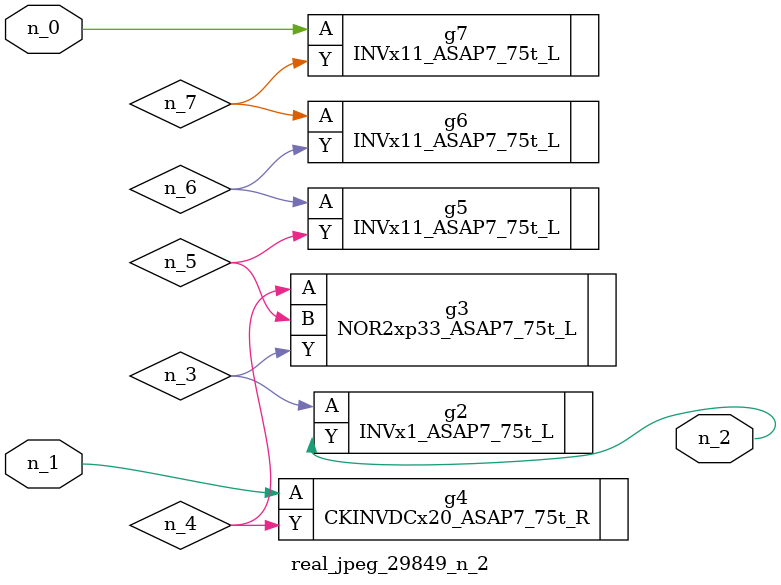
<source format=v>
module real_jpeg_29849_n_2 (n_1, n_0, n_2);

input n_1;
input n_0;

output n_2;

wire n_5;
wire n_4;
wire n_6;
wire n_7;
wire n_3;

INVx11_ASAP7_75t_L g7 ( 
.A(n_0),
.Y(n_7)
);

CKINVDCx20_ASAP7_75t_R g4 ( 
.A(n_1),
.Y(n_4)
);

INVx1_ASAP7_75t_L g2 ( 
.A(n_3),
.Y(n_2)
);

NOR2xp33_ASAP7_75t_L g3 ( 
.A(n_4),
.B(n_5),
.Y(n_3)
);

INVx11_ASAP7_75t_L g5 ( 
.A(n_6),
.Y(n_5)
);

INVx11_ASAP7_75t_L g6 ( 
.A(n_7),
.Y(n_6)
);


endmodule
</source>
